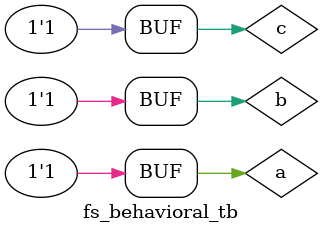
<source format=v>


module fs_behavioral_tb();
reg a,b,c;
wire d,br;
fs_behavioral dut(.a(a) ,.b(b),.c(c),.d(d) ,.br(br));
 
initial begin;
a = 1'b0;
b = 1'b0;
c = 1'b0;
#20;
a = 1'b0;
b = 1'b0;
c = 1'b1;
#20;
a = 1'b0;
b = 1'b1;
c = 1'b0;
#20;
a = 1'b0;
b = 1'b1;
c = 1'b1;
#20;
a = 1'b1;
b = 1'b0;
c = 1'b0;
#20;
a = 1'b1;
b = 1'b0;
c = 1'b1;
#20;
a = 1'b1;
b = 1'b1;
c = 1'b0;
#20;
a = 1'b1;
b = 1'b1;
c = 1'b1;
#20;

end;
endmodule

</source>
